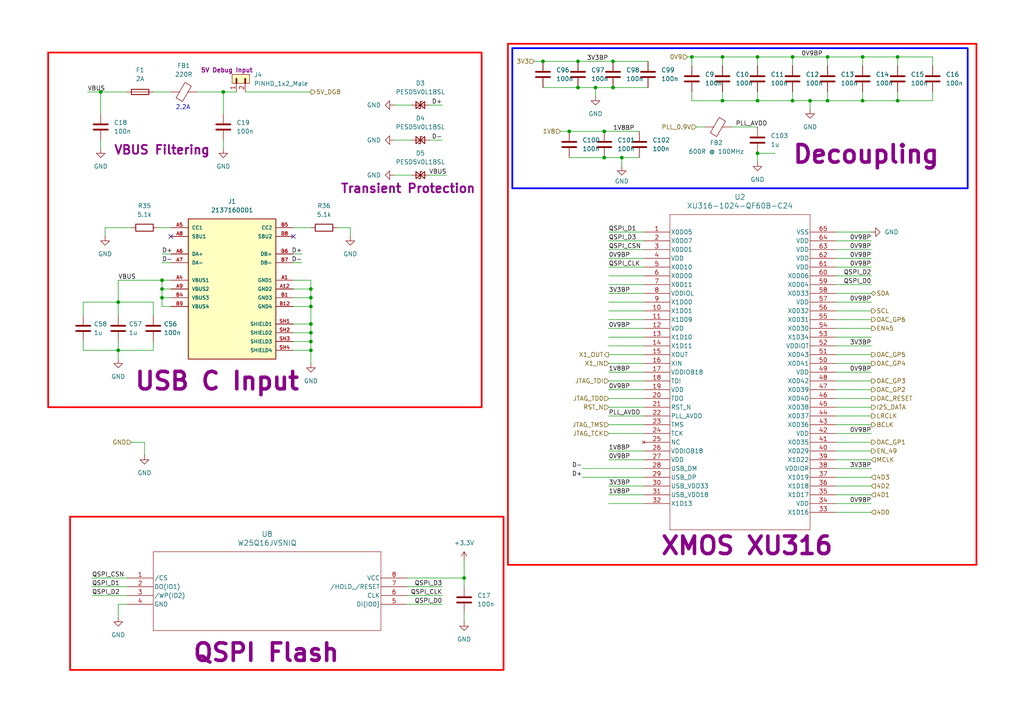
<source format=kicad_sch>
(kicad_sch (version 20250114) (generator "eeschema") (generator_version "9.0")
  (paper "A4")
  (title_block (title "Hi-Fidelity USB DAC Amplifier") (date "2025-11-19") (rev "1.0") (company "Personal Project - Kettering University") (comment 1 "Designed by Dan Abidov & Luke Stirzinger") (comment 2 "Based on XMOS Xu316 and ES9039Q2M"))
  (lib_symbols
    (symbol "2137160001:2137160001" (pin_names (offset 1.016))
      (property "Reference" "J" (at -12.7 20.9042 0))
      (property "Value" "2137160001" (at -12.7 -22.86 0))
      (symbol "2137160001_0_0"
        (rectangle (start -12.7 -20.32) (end 12.7 20.32) (stroke (width 0.254)) (fill (type background)))
        (pin bidirectional line (at -17.78 17.78 0) (length 5.08) (name "CC1") (number "A5"))
        (pin bidirectional line (at -17.78 15.24 0) (length 5.08) (name "SBU1") (number "A8"))
        (pin bidirectional line (at -17.78 10.16 0) (length 5.08) (name "DA+") (number "A6"))
        (pin bidirectional line (at -17.78 7.62 0) (length 5.08) (name "DA-") (number "A7"))
        (pin power_in line (at -17.78 2.54 0) (length 5.08) (name "VBUS1") (number "A4"))
        (pin power_in line (at -17.78 0 0) (length 5.08) (name "VBUS2") (number "A9"))
        (pin power_in line (at -17.78 -2.54 0) (length 5.08) (name "VBUS3") (number "B4"))
        (pin power_in line (at -17.78 -5.08 0) (length 5.08) (name "VBUS4") (number "B9"))
        (pin bidirectional line (at 17.78 17.78 180) (length 5.08) (name "CC2") (number "B5"))
        (pin bidirectional line (at 17.78 15.24 180) (length 5.08) (name "SBU2") (number "B8"))
        (pin bidirectional line (at 17.78 10.16 180) (length 5.08) (name "DB+") (number "B6"))
        (pin bidirectional line (at 17.78 7.62 180) (length 5.08) (name "DB-") (number "B7"))
        (pin power_in line (at 17.78 2.54 180) (length 5.08) (name "GND1") (number "A1"))
        (pin power_in line (at 17.78 0 180) (length 5.08) (name "GND2") (number "A12"))
        (pin power_in line (at 17.78 -2.54 180) (length 5.08) (name "GND3") (number "B1"))
        (pin power_in line (at 17.78 -5.08 180) (length 5.08) (name "GND4") (number "B12"))
        (pin passive line (at 17.78 -10.16 180) (length 5.08) (name "SHIELD1") (number "SH1"))
        (pin passive line (at 17.78 -12.7 180) (length 5.08) (name "SHIELD2") (number "SH2"))
        (pin passive line (at 17.78 -15.24 180) (length 5.08) (name "SHIELD3") (number "SH3"))
        (pin passive line (at 17.78 -17.78 180) (length 5.08) (name "SHIELD4") (number "SH4"))
      )
    )
    (symbol "Device:C" (pin_numbers (hide yes)) (pin_names (offset 0.254))
      (property "Reference" "C" (at 0.635 2.54 0))
      (property "Value" "C" (at 0.635 -2.54 0))
      (symbol "C_0_1"
        (polyline (pts (xy -2.032 0.762) (xy 2.032 0.762)) (stroke (width 0.508)))
        (polyline (pts (xy -2.032 -0.762) (xy 2.032 -0.762)) (stroke (width 0.508)))
      )
      (symbol "C_1_1"
        (pin passive line (at 0 3.81 270) (length 2.794) (name "~") (number "1"))
        (pin passive line (at 0 -3.81 90) (length 2.794) (name "~") (number "2"))
      )
    )
    (symbol "Device:D_TVS_Small" (pin_numbers (hide yes)) (pin_names (offset 1.016) (hide yes))
      (property "Reference" "D" (at 0 2.54 0))
      (property "Value" "D_TVS_Small" (at 0 -2.54 0))
      (symbol "D_TVS_Small_0_1"
        (polyline (pts (xy -1.27 1.016) (xy -1.27 -1.016) (xy 1.27 1.016) (xy 1.27 -1.016) (xy -1.27 1.016)) (stroke (width 0.254)))
        (polyline (pts (xy -1.27 0) (xy 1.27 0)))
        (polyline (pts (xy 0.508 1.016) (xy 0 1.016) (xy 0 -1.016) (xy -0.508 -1.016)) (stroke (width 0.254)))
      )
      (symbol "D_TVS_Small_1_1"
        (pin passive line (at -2.54 0 0) (length 1.27) (name "A1") (number "1"))
        (pin passive line (at 2.54 0 180) (length 1.27) (name "A2") (number "2"))
      )
    )
    (symbol "Device:FerriteBead" (pin_numbers (hide yes)) (pin_names (offset 0))
      (property "Reference" "FB" (at -3.81 0.635 90))
      (property "Value" "FerriteBead" (at 3.81 0 90))
      (symbol "FerriteBead_0_1"
        (polyline (pts (xy -2.7686 0.4064) (xy -1.7018 2.2606) (xy 2.7686 -0.3048) (xy 1.6764 -2.159) (xy -2.7686 0.4064)))
        (polyline (pts (xy 0 1.27) (xy 0 1.2954)))
        (polyline (pts (xy 0 -1.27) (xy 0 -1.2192)))
      )
      (symbol "FerriteBead_1_1"
        (pin passive line (at 0 3.81 270) (length 2.54) (name "~") (number "1"))
        (pin passive line (at 0 -3.81 90) (length 2.54) (name "~") (number "2"))
      )
    )
    (symbol "Device:Fuse" (pin_numbers (hide yes)) (pin_names (offset 0))
      (property "Reference" "F" (at 2.032 0 90))
      (property "Value" "Fuse" (at -1.905 0 90))
      (symbol "Fuse_0_1"
        (rectangle (start -0.762 -2.54) (end 0.762 2.54) (stroke (width 0.254)))
        (polyline (pts (xy 0 2.54) (xy 0 -2.54)))
      )
      (symbol "Fuse_1_1"
        (pin passive line (at 0 3.81 270) (length 1.27) (name "~") (number "1"))
        (pin passive line (at 0 -3.81 90) (length 1.27) (name "~") (number "2"))
      )
    )
    (symbol "Device:R" (pin_numbers (hide yes)) (pin_names (offset 0))
      (property "Reference" "R" (at 2.032 0 90))
      (property "Value" "R" (at 0 0 90))
      (symbol "R_0_1"
        (rectangle (start -1.016 -2.54) (end 1.016 2.54) (stroke (width 0.254)))
      )
      (symbol "R_1_1"
        (pin passive line (at 0 3.81 270) (length 1.27) (name "~") (number "1"))
        (pin passive line (at 0 -3.81 90) (length 1.27) (name "~") (number "2"))
      )
    )
    (symbol "PCM_SL_Pin_Headers:PINHD_1x2_Male"
      (property "Reference" "J" (at 0 6.35 0))
      (property "Value" "PINHD_1x2_Male" (at 0 3.81 0))
      (symbol "PINHD_1x2_Male_0_1"
        (rectangle (start -1.27 2.54) (end 1.27 -2.54) (fill (type background)))
        (polyline (pts (xy -1.27 1.27) (xy 0 1.27)) (stroke (width 0.3)))
        (polyline (pts (xy -1.27 1.27) (xy 0 1.27)) (stroke (width 0.5)))
        (polyline (pts (xy -1.27 -1.27) (xy 0 -1.27)) (stroke (width 0.3)))
        (polyline (pts (xy -1.27 -1.27) (xy 0 -1.27)) (stroke (width 0.5)))
      )
      (symbol "PINHD_1x2_Male_1_1"
        (pin passive line (at -3.81 1.27 0) (length 2.54) (name "") (number "1"))
        (pin passive line (at -3.81 -1.27 0) (length 2.54) (name "") (number "2"))
      )
    )
    (symbol "W25Q16JVSNIQ:W25Q16JVSNIQ" (pin_names (offset 0.254))
      (property "Reference" "U" (at 40.64 12.7 0))
      (property "Value" "W25Q16JVSNIQ" (at 40.64 10.16 0))
      (symbol "W25Q16JVSNIQ_0_1"
        (polyline (pts (xy 7.62 7.62) (xy 7.62 -15.24)) (stroke (width 0.127)))
        (polyline (pts (xy 7.62 -15.24) (xy 73.66 -15.24)) (stroke (width 0.127)))
        (polyline (pts (xy 73.66 7.62) (xy 7.62 7.62)) (stroke (width 0.127)))
        (polyline (pts (xy 73.66 -15.24) (xy 73.66 7.62)) (stroke (width 0.127)))
        (pin input line (at 0 0 0) (length 7.62) (name "/CS") (number "1"))
        (pin bidirectional line (at 0 -2.54 0) (length 7.62) (name "DO(IO1)") (number "2"))
        (pin bidirectional line (at 0 -5.08 0) (length 7.62) (name "/WP(IO2)") (number "3"))
        (pin power_out line (at 0 -7.62 0) (length 7.62) (name "GND") (number "4"))
        (pin power_in line (at 81.28 0 180) (length 7.62) (name "VCC") (number "8"))
        (pin bidirectional line (at 81.28 -2.54 180) (length 7.62) (name "/HOLD_/RESET") (number "7"))
        (pin input line (at 81.28 -5.08 180) (length 7.62) (name "CLK") (number "6"))
        (pin bidirectional line (at 81.28 -7.62 180) (length 7.62) (name "DI(IO0)") (number "5"))
      )
    )
    (symbol "XU316-1024-QF60B-C24:XU316-1024-QF60B-C24" (pin_names (offset 0.254))
      (property "Reference" "U" (at 27.94 10.16 0))
      (property "Value" "XU316-1024-QF60B-C24" (at 27.94 7.62 0))
      (symbol "XU316-1024-QF60B-C24_0_1"
        (polyline (pts (xy 7.62 5.08) (xy 7.62 -86.36)) (stroke (width 0.127)))
        (polyline (pts (xy 7.62 -86.36) (xy 48.26 -86.36)) (stroke (width 0.127)))
        (polyline (pts (xy 48.26 5.08) (xy 7.62 5.08)) (stroke (width 0.127)))
        (polyline (pts (xy 48.26 -86.36) (xy 48.26 5.08)) (stroke (width 0.127)))
        (pin bidirectional line (at 0 0 0) (length 7.62) (name "X0D05") (number "1"))
        (pin bidirectional line (at 0 -2.54 0) (length 7.62) (name "X0D07") (number "2"))
        (pin bidirectional line (at 0 -5.08 0) (length 7.62) (name "X0D01") (number "3"))
        (pin power_in line (at 0 -7.62 0) (length 7.62) (name "VDD") (number "4"))
        (pin bidirectional line (at 0 -10.16 0) (length 7.62) (name "X0D10") (number "5"))
        (pin bidirectional line (at 0 -12.7 0) (length 7.62) (name "X0D00") (number "6"))
        (pin bidirectional line (at 0 -15.24 0) (length 7.62) (name "X0D11") (number "7"))
        (pin power_in line (at 0 -17.78 0) (length 7.62) (name "VDDIOL") (number "8"))
        (pin bidirectional line (at 0 -20.32 0) (length 7.62) (name "X1D00") (number "9"))
        (pin bidirectional line (at 0 -22.86 0) (length 7.62) (name "X1D01") (number "10"))
        (pin bidirectional line (at 0 -25.4 0) (length 7.62) (name "X1D09") (number "11"))
        (pin power_in line (at 0 -27.94 0) (length 7.62) (name "VDD") (number "12"))
        (pin bidirectional line (at 0 -30.48 0) (length 7.62) (name "X1D10") (number "13"))
        (pin bidirectional line (at 0 -33.02 0) (length 7.62) (name "X1D11") (number "14"))
        (pin output line (at 0 -35.56 0) (length 7.62) (name "XOUT") (number "15"))
        (pin unspecified line (at 0 -38.1 0) (length 7.62) (name "XIN") (number "16"))
        (pin power_in line (at 0 -40.64 0) (length 7.62) (name "VDDIOB18") (number "17"))
        (pin unspecified line (at 0 -43.18 0) (length 7.62) (name "TDI") (number "18"))
        (pin power_in line (at 0 -45.72 0) (length 7.62) (name "VDD") (number "19"))
        (pin unspecified line (at 0 -48.26 0) (length 7.62) (name "TDO") (number "20"))
        (pin unspecified line (at 0 -50.8 0) (length 7.62) (name "RST_N") (number "21"))
        (pin power_in line (at 0 -53.34 0) (length 7.62) (name "PLL_AVDD") (number "22"))
        (pin unspecified line (at 0 -55.88 0) (length 7.62) (name "TMS") (number "23"))
        (pin unspecified line (at 0 -58.42 0) (length 7.62) (name "TCK") (number "24"))
        (pin no_connect line (at 0 -60.96 0) (length 7.62) (name "NC") (number "25"))
        (pin power_in line (at 0 -63.5 0) (length 7.62) (name "VDDIOB18") (number "26"))
        (pin power_in line (at 0 -66.04 0) (length 7.62) (name "VDD") (number "27"))
        (pin unspecified line (at 0 -68.58 0) (length 7.62) (name "USB_DM") (number "28"))
        (pin unspecified line (at 0 -71.12 0) (length 7.62) (name "USB_DP") (number "29"))
        (pin power_in line (at 0 -73.66 0) (length 7.62) (name "USB_VDD33") (number "30"))
        (pin power_in line (at 0 -76.2 0) (length 7.62) (name "USB_VDD18") (number "31"))
        (pin bidirectional line (at 0 -78.74 0) (length 7.62) (name "X1D13") (number "32"))
        (pin power_out line (at 55.88 0 180) (length 7.62) (name "VSS") (number "65"))
        (pin power_in line (at 55.88 -2.54 180) (length 7.62) (name "VDD") (number "64"))
        (pin power_in line (at 55.88 -5.08 180) (length 7.62) (name "VDD") (number "63"))
        (pin power_in line (at 55.88 -7.62 180) (length 7.62) (name "VDD") (number "62"))
        (pin power_in line (at 55.88 -10.16 180) (length 7.62) (name "VDD") (number "61"))
        (pin bidirectional line (at 55.88 -12.7 180) (length 7.62) (name "X0D06") (number "60"))
        (pin bidirectional line (at 55.88 -15.24 180) (length 7.62) (name "X0D04") (number "59"))
        (pin bidirectional line (at 55.88 -17.78 180) (length 7.62) (name "X0D33") (number "58"))
        (pin power_in line (at 55.88 -20.32 180) (length 7.62) (name "VDD") (number "57"))
        (pin bidirectional line (at 55.88 -22.86 180) (length 7.62) (name "X0D32") (number "56"))
        (pin bidirectional line (at 55.88 -25.4 180) (length 7.62) (name "X0D31") (number "55"))
        (pin bidirectional line (at 55.88 -27.94 180) (length 7.62) (name "X0D30") (number "54"))
        (pin bidirectional line (at 55.88 -30.48 180) (length 7.62) (name "X1D34") (number "53"))
        (pin power_in line (at 55.88 -33.02 180) (length 7.62) (name "VDDIOT") (number "52"))
        (pin bidirectional line (at 55.88 -35.56 180) (length 7.62) (name "X0D43") (number "51"))
        (pin bidirectional line (at 55.88 -38.1 180) (length 7.62) (name "X0D41") (number "50"))
        (pin power_in line (at 55.88 -40.64 180) (length 7.62) (name "VDD") (number "49"))
        (pin bidirectional line (at 55.88 -43.18 180) (length 7.62) (name "X0D42") (number "48"))
        (pin bidirectional line (at 55.88 -45.72 180) (length 7.62) (name "X0D39") (number "47"))
        (pin bidirectional line (at 55.88 -48.26 180) (length 7.62) (name "X0D40") (number "46"))
        (pin bidirectional line (at 55.88 -50.8 180) (length 7.62) (name "X0D38") (number "45"))
        (pin bidirectional line (at 55.88 -53.34 180) (length 7.62) (name "X0D37") (number "44"))
        (pin bidirectional line (at 55.88 -55.88 180) (length 7.62) (name "X0D36") (number "43"))
        (pin power_in line (at 55.88 -58.42 180) (length 7.62) (name "VDD") (number "42"))
        (pin bidirectional line (at 55.88 -60.96 180) (length 7.62) (name "X0D35") (number "41"))
        (pin bidirectional line (at 55.88 -63.5 180) (length 7.62) (name "X0D29") (number "40"))
        (pin bidirectional line (at 55.88 -66.04 180) (length 7.62) (name "X1D22") (number "39"))
        (pin power_in line (at 55.88 -68.58 180) (length 7.62) (name "VDDIOR") (number "38"))
        (pin bidirectional line (at 55.88 -71.12 180) (length 7.62) (name "X1D19") (number "37"))
        (pin bidirectional line (at 55.88 -73.66 180) (length 7.62) (name "X1D18") (number "36"))
        (pin bidirectional line (at 55.88 -76.2 180) (length 7.62) (name "X1D17") (number "35"))
        (pin power_in line (at 55.88 -78.74 180) (length 7.62) (name "VDD") (number "34"))
        (pin bidirectional line (at 55.88 -81.28 180) (length 7.62) (name "X1D16") (number "33"))
      )
    )
    (symbol "power:+3.3V" (power) (pin_numbers (hide yes)) (pin_names (offset 0) (hide yes))
      (property "Value" "+3.3V" (at 0 3.556 0))
      (symbol "+3.3V_0_1"
        (polyline (pts (xy -0.762 1.27) (xy 0 2.54)))
        (polyline (pts (xy 0 2.54) (xy 0.762 1.27)))
        (polyline (pts (xy 0 0) (xy 0 2.54)))
      )
      (symbol "+3.3V_1_1"
        (pin power_in line (at 0 0 90) (length 0) (name "~") (number "1"))
      )
    )
    (symbol "power:GND" (power) (pin_numbers (hide yes)) (pin_names (offset 0) (hide yes))
      (property "Value" "GND" (at 0 -3.81 0))
      (symbol "GND_0_1"
        (polyline (pts (xy 0 0) (xy 0 -1.27) (xy 1.27 -1.27) (xy 0 -2.54) (xy -1.27 -1.27) (xy 0 -1.27)))
      )
      (symbol "GND_1_1"
        (pin power_in line (at 0 0 270) (length 0) (name "~") (number "1"))
      )
    )
  )
  (rectangle (start 147.32 12.7) (end 283.21 163.83) (stroke (width 0.5) (color 255 0 0 1)))
  (rectangle (start 20.32 149.86) (end 146.05 194.31) (stroke (width 0.5) (color 255 0 0 1)))
  (rectangle (start 13.97 15.24) (end 139.7 118.11) (stroke (width 0.5) (color 255 0 0 1)))
  (rectangle (start 148.59 13.97) (end 280.67 54.61) (stroke (width 0.5) (color 0 0 255 0.48)))
  (text "Transient Protection" (at 118.364 54.864 0) (effects (font (size 2.54 2.54) (thickness 0.508) (bold yes))))
  (text "QSPI Flash" (at 77.216 189.484 0) (effects (font (size 5.08 5.08) (thickness 1.016) (bold yes))))
  (text "Decoupling\n" (at 251.206 44.958 0) (effects (font (size 5.08 5.08) (thickness 1.016) (bold yes))))
  (text "5V Debug Input" (at 65.786 20.574 0) (effects (font (size 1.27 1.27) (thickness 0.254) (bold yes))))
  (text "XMOS XU316" (at 216.662 158.496 0) (effects (font (size 5.08 5.08) (thickness 1.016) (bold yes))))
  (text "USB C Input\n" (at 62.992 110.744 0) (effects (font (size 5.08 5.08) (thickness 1.016) (bold yes))))
  (text "2.2A\n" (at 53.086 31.242 0) (effects (font (size 1.27 1.27))))
  (text "VBUS Filtering" (at 46.99 43.688 0) (effects (font (size 2.54 2.54) (thickness 0.508) (bold yes))))
  (junction (at 219.71 29.21))
  (junction (at 167.64 17.78))
  (junction (at 260.35 16.51))
  (junction (at 180.34 45.72))
  (junction (at 250.19 16.51))
  (junction (at 177.8 25.4))
  (junction (at 165.1 38.1))
  (junction (at 64.77 26.67))
  (junction (at 90.17 96.52))
  (junction (at 229.87 16.51))
  (junction (at 175.26 45.72))
  (junction (at 90.17 101.6))
  (junction (at 90.17 99.06))
  (junction (at 250.19 29.21))
  (junction (at 167.64 25.4))
  (junction (at 219.71 44.45))
  (junction (at 134.62 167.64))
  (junction (at 175.26 38.1))
  (junction (at 46.99 86.36))
  (junction (at 172.72 25.4))
  (junction (at 229.87 29.21))
  (junction (at 46.99 83.82))
  (junction (at 240.03 16.51))
  (junction (at 29.21 26.67))
  (junction (at 260.35 29.21))
  (junction (at 240.03 29.21))
  (junction (at 157.48 17.78))
  (junction (at 234.95 29.21))
  (junction (at 200.66 16.51))
  (junction (at 90.17 88.9))
  (junction (at 34.29 101.6))
  (junction (at 209.55 16.51))
  (junction (at 90.17 86.36))
  (junction (at 34.29 87.63))
  (junction (at 90.17 83.82))
  (junction (at 209.55 29.21))
  (junction (at 219.71 16.51))
  (junction (at 46.99 81.28))
  (junction (at 90.17 93.98))
  (junction (at 177.8 17.78))
  (no_connect (at 85.09 68.58))
  (no_connect (at 49.53 68.58))
  (wire (pts (xy 90.17 83.82) (xy 90.17 86.36)))
  (wire (pts (xy 85.09 86.36) (xy 90.17 86.36)))
  (wire (pts (xy 90.17 99.06) (xy 90.17 101.6)))
  (wire (pts (xy 176.53 113.03) (xy 186.69 113.03)))
  (wire (pts (xy 85.09 83.82) (xy 90.17 83.82)))
  (wire (pts (xy 242.57 72.39) (xy 252.73 72.39)))
  (wire (pts (xy 242.57 146.05) (xy 252.73 146.05)))
  (wire (pts (xy 200.66 26.67) (xy 200.66 29.21)))
  (wire (pts (xy 46.99 81.28) (xy 49.53 81.28)))
  (wire (pts (xy 219.71 44.45) (xy 224.79 44.45)))
  (wire (pts (xy 270.51 16.51) (xy 260.35 16.51)))
  (wire (pts (xy 46.99 86.36) (xy 46.99 88.9)))
  (wire (pts (xy 24.13 99.06) (xy 24.13 101.6)))
  (wire (pts (xy 242.57 105.41) (xy 252.73 105.41)))
  (wire (pts (xy 250.19 29.21) (xy 240.03 29.21)))
  (wire (pts (xy 219.71 44.45) (xy 219.71 46.99)))
  (wire (pts (xy 242.57 115.57) (xy 252.73 115.57)))
  (wire (pts (xy 49.53 88.9) (xy 46.99 88.9)))
  (wire (pts (xy 165.1 38.1) (xy 175.26 38.1)))
  (wire (pts (xy 87.63 76.2) (xy 85.09 76.2)))
  (wire (pts (xy 219.71 29.21) (xy 229.87 29.21)))
  (wire (pts (xy 44.45 101.6) (xy 44.45 99.06)))
  (wire (pts (xy 242.57 143.51) (xy 252.73 143.51)))
  (wire (pts (xy 242.57 140.97) (xy 252.73 140.97)))
  (wire (pts (xy 199.39 16.51) (xy 200.66 16.51)))
  (wire (pts (xy 212.09 36.83) (xy 219.71 36.83)))
  (wire (pts (xy 57.15 26.67) (xy 64.77 26.67)))
  (wire (pts (xy 176.53 115.57) (xy 186.69 115.57)))
  (wire (pts (xy 176.53 92.71) (xy 186.69 92.71)))
  (wire (pts (xy 176.53 120.65) (xy 186.69 120.65)))
  (wire (pts (xy 85.09 88.9) (xy 90.17 88.9)))
  (wire (pts (xy 242.57 82.55) (xy 252.73 82.55)))
  (wire (pts (xy 250.19 26.67) (xy 250.19 29.21)))
  (wire (pts (xy 176.53 85.09) (xy 186.69 85.09)))
  (wire (pts (xy 36.83 172.72) (xy 26.67 172.72)))
  (wire (pts (xy 134.62 177.8) (xy 134.62 180.34)))
  (wire (pts (xy 46.99 86.36) (xy 49.53 86.36)))
  (wire (pts (xy 229.87 29.21) (xy 234.95 29.21)))
  (wire (pts (xy 242.57 120.65) (xy 252.73 120.65)))
  (wire (pts (xy 270.51 19.05) (xy 270.51 16.51)))
  (wire (pts (xy 168.91 135.89) (xy 186.69 135.89)))
  (wire (pts (xy 176.53 125.73) (xy 186.69 125.73)))
  (wire (pts (xy 242.57 67.31) (xy 252.73 67.31)))
  (wire (pts (xy 29.21 26.67) (xy 29.21 33.02)))
  (wire (pts (xy 242.57 113.03) (xy 252.73 113.03)))
  (wire (pts (xy 26.67 167.64) (xy 36.83 167.64)))
  (wire (pts (xy 242.57 123.19) (xy 252.73 123.19)))
  (wire (pts (xy 44.45 26.67) (xy 49.53 26.67)))
  (wire (pts (xy 176.53 133.35) (xy 186.69 133.35)))
  (wire (pts (xy 242.57 77.47) (xy 252.73 77.47)))
  (wire (pts (xy 242.57 110.49) (xy 252.73 110.49)))
  (wire (pts (xy 36.83 175.26) (xy 34.29 175.26)))
  (wire (pts (xy 242.57 85.09) (xy 252.73 85.09)))
  (wire (pts (xy 176.53 80.01) (xy 186.69 80.01)))
  (wire (pts (xy 64.77 40.64) (xy 64.77 43.18)))
  (wire (pts (xy 157.48 17.78) (xy 167.64 17.78)))
  (wire (pts (xy 242.57 130.81) (xy 252.73 130.81)))
  (wire (pts (xy 176.53 90.17) (xy 186.69 90.17)))
  (wire (pts (xy 176.53 123.19) (xy 186.69 123.19)))
  (wire (pts (xy 270.51 26.67) (xy 270.51 29.21)))
  (wire (pts (xy 118.11 167.64) (xy 134.62 167.64)))
  (wire (pts (xy 26.67 170.18) (xy 36.83 170.18)))
  (wire (pts (xy 240.03 29.21) (xy 234.95 29.21)))
  (wire (pts (xy 128.27 40.64) (xy 124.46 40.64)))
  (wire (pts (xy 165.1 45.72) (xy 175.26 45.72)))
  (wire (pts (xy 87.63 73.66) (xy 85.09 73.66)))
  (wire (pts (xy 172.72 25.4) (xy 172.72 27.94)))
  (wire (pts (xy 85.09 66.04) (xy 90.17 66.04)))
  (wire (pts (xy 242.57 135.89) (xy 252.73 135.89)))
  (wire (pts (xy 200.66 16.51) (xy 209.55 16.51)))
  (wire (pts (xy 34.29 99.06) (xy 34.29 101.6)))
  (wire (pts (xy 90.17 93.98) (xy 90.17 96.52)))
  (wire (pts (xy 129.54 50.8) (xy 124.46 50.8)))
  (wire (pts (xy 242.57 148.59) (xy 252.73 148.59)))
  (wire (pts (xy 101.6 66.04) (xy 101.6 68.58)))
  (wire (pts (xy 234.95 29.21) (xy 234.95 31.75)))
  (wire (pts (xy 24.13 101.6) (xy 34.29 101.6)))
  (wire (pts (xy 114.3 30.48) (xy 119.38 30.48)))
  (wire (pts (xy 176.53 87.63) (xy 186.69 87.63)))
  (wire (pts (xy 176.53 110.49) (xy 186.69 110.49)))
  (wire (pts (xy 34.29 101.6) (xy 44.45 101.6)))
  (wire (pts (xy 154.94 17.78) (xy 157.48 17.78)))
  (wire (pts (xy 176.53 146.05) (xy 186.69 146.05)))
  (wire (pts (xy 250.19 16.51) (xy 240.03 16.51)))
  (wire (pts (xy 176.53 67.31) (xy 186.69 67.31)))
  (wire (pts (xy 229.87 26.67) (xy 229.87 29.21)))
  (wire (pts (xy 30.48 66.04) (xy 38.1 66.04)))
  (wire (pts (xy 240.03 16.51) (xy 240.03 19.05)))
  (wire (pts (xy 167.64 17.78) (xy 177.8 17.78)))
  (wire (pts (xy 128.27 170.18) (xy 118.11 170.18)))
  (wire (pts (xy 219.71 16.51) (xy 229.87 16.51)))
  (wire (pts (xy 177.8 17.78) (xy 187.96 17.78)))
  (wire (pts (xy 97.79 66.04) (xy 101.6 66.04)))
  (wire (pts (xy 209.55 16.51) (xy 219.71 16.51)))
  (wire (pts (xy 44.45 87.63) (xy 34.29 87.63)))
  (wire (pts (xy 176.53 143.51) (xy 186.69 143.51)))
  (wire (pts (xy 242.57 87.63) (xy 252.73 87.63)))
  (wire (pts (xy 46.99 81.28) (xy 46.99 83.82)))
  (wire (pts (xy 242.57 95.25) (xy 252.73 95.25)))
  (wire (pts (xy 242.57 118.11) (xy 252.73 118.11)))
  (wire (pts (xy 24.13 87.63) (xy 34.29 87.63)))
  (wire (pts (xy 242.57 138.43) (xy 252.73 138.43)))
  (wire (pts (xy 242.57 100.33) (xy 252.73 100.33)))
  (wire (pts (xy 71.12 26.67) (xy 90.17 26.67)))
  (wire (pts (xy 260.35 16.51) (xy 250.19 16.51)))
  (wire (pts (xy 219.71 16.51) (xy 219.71 19.05)))
  (wire (pts (xy 134.62 167.64) (xy 134.62 170.18)))
  (wire (pts (xy 176.53 74.93) (xy 186.69 74.93)))
  (wire (pts (xy 46.99 73.66) (xy 49.53 73.66)))
  (wire (pts (xy 176.53 82.55) (xy 186.69 82.55)))
  (wire (pts (xy 180.34 45.72) (xy 180.34 48.26)))
  (wire (pts (xy 46.99 83.82) (xy 46.99 86.36)))
  (wire (pts (xy 176.53 72.39) (xy 186.69 72.39)))
  (wire (pts (xy 175.26 38.1) (xy 185.42 38.1)))
  (wire (pts (xy 176.53 140.97) (xy 186.69 140.97)))
  (wire (pts (xy 209.55 26.67) (xy 209.55 29.21)))
  (wire (pts (xy 64.77 26.67) (xy 64.77 33.02)))
  (wire (pts (xy 24.13 91.44) (xy 24.13 87.63)))
  (wire (pts (xy 200.66 29.21) (xy 209.55 29.21)))
  (wire (pts (xy 46.99 83.82) (xy 49.53 83.82)))
  (wire (pts (xy 176.53 102.87) (xy 186.69 102.87)))
  (wire (pts (xy 34.29 87.63) (xy 34.29 91.44)))
  (wire (pts (xy 176.53 95.25) (xy 186.69 95.25)))
  (wire (pts (xy 85.09 81.28) (xy 90.17 81.28)))
  (wire (pts (xy 176.53 97.79) (xy 186.69 97.79)))
  (wire (pts (xy 118.11 175.26) (xy 128.27 175.26)))
  (wire (pts (xy 90.17 86.36) (xy 90.17 88.9)))
  (wire (pts (xy 34.29 101.6) (xy 34.29 104.14)))
  (wire (pts (xy 175.26 45.72) (xy 180.34 45.72)))
  (wire (pts (xy 242.57 128.27) (xy 252.73 128.27)))
  (wire (pts (xy 41.91 128.27) (xy 41.91 132.08)))
  (wire (pts (xy 209.55 16.51) (xy 209.55 19.05)))
  (wire (pts (xy 64.77 26.67) (xy 68.58 26.67)))
  (wire (pts (xy 34.29 81.28) (xy 34.29 87.63)))
  (wire (pts (xy 29.21 26.67) (xy 36.83 26.67)))
  (wire (pts (xy 85.09 99.06) (xy 90.17 99.06)))
  (wire (pts (xy 242.57 107.95) (xy 252.73 107.95)))
  (wire (pts (xy 128.27 172.72) (xy 118.11 172.72)))
  (wire (pts (xy 85.09 96.52) (xy 90.17 96.52)))
  (wire (pts (xy 242.57 125.73) (xy 252.73 125.73)))
  (wire (pts (xy 180.34 45.72) (xy 185.42 45.72)))
  (wire (pts (xy 242.57 74.93) (xy 252.73 74.93)))
  (wire (pts (xy 162.56 38.1) (xy 165.1 38.1)))
  (wire (pts (xy 167.64 25.4) (xy 172.72 25.4)))
  (wire (pts (xy 38.1 128.27) (xy 41.91 128.27)))
  (wire (pts (xy 34.29 175.26) (xy 34.29 179.07)))
  (wire (pts (xy 242.57 80.01) (xy 252.73 80.01)))
  (wire (pts (xy 240.03 26.67) (xy 240.03 29.21)))
  (wire (pts (xy 46.99 76.2) (xy 49.53 76.2)))
  (wire (pts (xy 200.66 19.05) (xy 200.66 16.51)))
  (wire (pts (xy 176.53 118.11) (xy 186.69 118.11)))
  (wire (pts (xy 45.72 66.04) (xy 49.53 66.04)))
  (wire (pts (xy 270.51 29.21) (xy 260.35 29.21)))
  (wire (pts (xy 90.17 81.28) (xy 90.17 83.82)))
  (wire (pts (xy 172.72 25.4) (xy 177.8 25.4)))
  (wire (pts (xy 134.62 162.56) (xy 134.62 167.64)))
  (wire (pts (xy 250.19 16.51) (xy 250.19 19.05)))
  (wire (pts (xy 90.17 88.9) (xy 90.17 93.98)))
  (wire (pts (xy 25.4 26.67) (xy 29.21 26.67)))
  (wire (pts (xy 128.27 30.48) (xy 124.46 30.48)))
  (wire (pts (xy 229.87 16.51) (xy 229.87 19.05)))
  (wire (pts (xy 177.8 25.4) (xy 187.96 25.4)))
  (wire (pts (xy 114.3 40.64) (xy 119.38 40.64)))
  (wire (pts (xy 176.53 100.33) (xy 186.69 100.33)))
  (wire (pts (xy 260.35 16.51) (xy 260.35 19.05)))
  (wire (pts (xy 242.57 69.85) (xy 252.73 69.85)))
  (wire (pts (xy 242.57 90.17) (xy 252.73 90.17)))
  (wire (pts (xy 242.57 133.35) (xy 252.73 133.35)))
  (wire (pts (xy 29.21 40.64) (xy 29.21 43.18)))
  (wire (pts (xy 176.53 77.47) (xy 186.69 77.47)))
  (wire (pts (xy 90.17 96.52) (xy 90.17 99.06)))
  (wire (pts (xy 168.91 138.43) (xy 186.69 138.43)))
  (wire (pts (xy 242.57 92.71) (xy 252.73 92.71)))
  (wire (pts (xy 157.48 25.4) (xy 167.64 25.4)))
  (wire (pts (xy 242.57 102.87) (xy 252.73 102.87)))
  (wire (pts (xy 209.55 29.21) (xy 219.71 29.21)))
  (wire (pts (xy 229.87 16.51) (xy 240.03 16.51)))
  (wire (pts (xy 85.09 101.6) (xy 90.17 101.6)))
  (wire (pts (xy 176.53 69.85) (xy 186.69 69.85)))
  (wire (pts (xy 201.93 36.83) (xy 204.47 36.83)))
  (wire (pts (xy 242.57 97.79) (xy 252.73 97.79)))
  (wire (pts (xy 44.45 91.44) (xy 44.45 87.63)))
  (wire (pts (xy 34.29 81.28) (xy 46.99 81.28)))
  (wire (pts (xy 176.53 130.81) (xy 186.69 130.81)))
  (wire (pts (xy 90.17 101.6) (xy 90.17 105.41)))
  (wire (pts (xy 176.53 107.95) (xy 186.69 107.95)))
  (wire (pts (xy 85.09 93.98) (xy 90.17 93.98)))
  (wire (pts (xy 260.35 26.67) (xy 260.35 29.21)))
  (wire (pts (xy 176.53 105.41) (xy 186.69 105.41)))
  (wire (pts (xy 30.48 66.04) (xy 30.48 68.58)))
  (wire (pts (xy 114.3 50.8) (xy 119.38 50.8)))
  (wire (pts (xy 260.35 29.21) (xy 250.19 29.21)))
  (wire (pts (xy 219.71 26.67) (xy 219.71 29.21)))
  (label "1V8BP" (at 176.53 130.81 0))
  (label "0V9BP" (at 252.73 107.95 180))
  (label "QSPI_CLK" (at 176.53 77.47 0))
  (label "0V9BP" (at 252.73 125.73 180))
  (label "QSPI_CSN" (at 176.53 72.39 0))
  (label "1V8BP" (at 177.8 38.1 0))
  (label "0V9BP" (at 176.53 113.03 0))
  (label "0V9BP" (at 252.73 146.05 180))
  (label "D+" (at 46.99 73.66 0))
  (label "QSPI_CLK" (at 128.27 172.72 180))
  (label "QSPI_D3" (at 176.53 69.85 0))
  (label "VBUS" (at 25.4 26.67 0))
  (label "0V9BP" (at 232.41 16.51 0))
  (label "1V8BP" (at 176.53 143.51 0))
  (label "0V9BP" (at 252.73 69.85 180))
  (label "D-" (at 128.27 40.64 180))
  (label "0V9BP" (at 176.53 95.25 0))
  (label "QSPI_D2" (at 252.73 80.01 180))
  (label "QSPI_D0" (at 252.73 82.55 180))
  (label "0V9BP" (at 252.73 72.39 180))
  (label "QSPI_D1" (at 26.67 170.18 0))
  (label "0V9BP" (at 252.73 87.63 180))
  (label "PLL_AVDD" (at 213.36 36.83 0))
  (label "1V8BP" (at 176.53 107.95 0))
  (label "3V3BP" (at 176.53 140.97 0))
  (label "QSPI_CSN" (at 26.67 167.64 0))
  (label "D+" (at 128.27 30.48 180))
  (label "D-" (at 46.99 76.2 0))
  (label "D+" (at 168.91 138.43 180))
  (label "VBUS" (at 129.54 50.8 180))
  (label "QSPI_D0" (at 128.27 175.26 180))
  (label "0V9BP" (at 252.73 77.47 180))
  (label "0V9BP" (at 252.73 74.93 180))
  (label "3V3BP" (at 252.73 100.33 180))
  (label "PLL_AVDD" (at 176.53 120.65 0))
  (label "0V9BP" (at 176.53 74.93 0))
  (label "D-" (at 168.91 135.89 180))
  (label "VBUS" (at 34.29 81.28 0))
  (label "D-" (at 87.63 76.2 180))
  (label "3V3BP" (at 252.73 135.89 180))
  (label "QSPI_D1" (at 176.53 67.31 0))
  (label "QSPI_D2" (at 26.67 172.72 0))
  (label "3V3BP" (at 176.53 85.09 0))
  (label "3V3BP" (at 170.18 17.78 0))
  (label "D+" (at 87.63 73.66 180))
  (label "0V9BP" (at 176.53 133.35 0))
  (label "QSPI_D3" (at 128.27 170.18 180))
  (hierarchical_label "DAC_GP5" (shape output) (at 252.73 102.87 0))
  (hierarchical_label "EN_49" (shape output) (at 252.73 130.81 0))
  (hierarchical_label "3V3" (shape input) (at 154.94 17.78 180))
  (hierarchical_label "DAC_GP1" (shape output) (at 252.73 128.27 0))
  (hierarchical_label "X1_OUT" (shape output) (at 176.53 102.87 180))
  (hierarchical_label "I2S_DATA" (shape output) (at 252.73 118.11 0))
  (hierarchical_label "SDA" (shape bidirectional) (at 252.73 85.09 0))
  (hierarchical_label "DAC_GP2" (shape output) (at 252.73 113.03 0))
  (hierarchical_label "5V_DGB" (shape output) (at 90.17 26.67 0))
  (hierarchical_label "JTAG_TMS" (shape input) (at 176.53 123.19 180))
  (hierarchical_label "PLL_0.9V" (shape input) (at 201.93 36.83 180))
  (hierarchical_label "EN45" (shape output) (at 252.73 95.25 0))
  (hierarchical_label "0V9" (shape input) (at 199.39 16.51 180))
  (hierarchical_label "RST_N" (shape input) (at 176.53 118.11 180))
  (hierarchical_label "JTAG_TDI" (shape input) (at 176.53 110.49 180))
  (hierarchical_label "4D2" (shape input) (at 252.73 140.97 0))
  (hierarchical_label "LRCLK" (shape output) (at 252.73 120.65 0))
  (hierarchical_label "GND" (shape input) (at 38.1 128.27 180))
  (hierarchical_label "4D0" (shape input) (at 252.73 148.59 0))
  (hierarchical_label "JTAG_TD0" (shape input) (at 176.53 115.57 180))
  (hierarchical_label "JTAG_TCK" (shape input) (at 176.53 125.73 180))
  (hierarchical_label "DAC_GP4" (shape output) (at 252.73 105.41 0))
  (hierarchical_label "DAC_GP3" (shape output) (at 252.73 110.49 0))
  (hierarchical_label "BCLK" (shape output) (at 252.73 123.19 0))
  (hierarchical_label "SCL" (shape output) (at 252.73 90.17 0))
  (hierarchical_label "DAC_GP6" (shape output) (at 252.73 92.71 0))
  (hierarchical_label "4D1" (shape input) (at 252.73 143.51 0))
  (hierarchical_label "1V8" (shape input) (at 162.56 38.1 180))
  (hierarchical_label "MCLK" (shape input) (at 252.73 133.35 0))
  (hierarchical_label "X1_IN" (shape input) (at 176.53 105.41 180))
  (hierarchical_label "DAC_RESET" (shape output) (at 252.73 115.57 0))
  (hierarchical_label "4D3" (shape input) (at 252.73 138.43 0))
  (symbol (lib_id "Device:D_TVS_Small") (at 121.92 30.48 0) (unit 1)
    (property "Reference" "D3" (at 121.92 24.13 0))
    (property "Value" "PESD5V0L1BSL" (at 121.92 26.67 0))
    (property "Footprint" "Diode_SMD:D_SOD-882" (effects (hide yes)))
    (property "Description" "Bidirectional transient-voltage-suppression diode, small symbol" (effects (hide yes)))
  )
  (symbol (lib_id "Device:C") (at 64.77 36.83 0) (unit 1)
    (property "Reference" "C19" (at 68.58 35.5599 0) (effects (justify left)))
    (property "Value" "100n" (at 68.58 38.0999 0) (effects (justify left)))
    (property "Footprint" "Capacitor_SMD:C_0402_1005Metric_Pad0.74x0.62mm_HandSolder" (effects (hide yes)))
    (property "Description" "Unpolarized capacitor" (effects (hide yes)))
  )
  (symbol (lib_id "Device:C") (at 187.96 21.59 0) (unit 1)
    (property "Reference" "C99" (at 191.77 20.3199 0) (effects (justify left)))
    (property "Value" "100n" (at 191.77 22.8599 0) (effects (justify left)))
    (property "Footprint" "Capacitor_SMD:C_0402_1005Metric_Pad0.74x0.62mm_HandSolder" (effects (hide yes)))
    (property "Description" "Unpolarized capacitor" (effects (hide yes)))
  )
  (symbol (lib_id "Device:R") (at 93.98 66.04 90) (unit 1)
    (property "Reference" "R36" (at 93.98 59.69 90))
    (property "Value" "5.1k" (at 93.98 62.23 90))
    (property "Footprint" "Resistor_SMD:R_0805_2012Metric_Pad1.20x1.40mm_HandSolder" (effects (hide yes)))
    (property "Description" "Resistor" (effects (hide yes)))
  )
  (symbol (lib_id "Device:C") (at 229.87 22.86 0) (unit 1)
    (property "Reference" "C12" (at 233.68 21.5899 0) (effects (justify left)))
    (property "Value" "100n" (at 233.68 24.1299 0) (effects (justify left)))
    (property "Footprint" "Capacitor_SMD:C_0402_1005Metric_Pad0.74x0.62mm_HandSolder" (effects (hide yes)))
    (property "Description" "Unpolarized capacitor" (effects (hide yes)))
  )
  (symbol (lib_id "power:GND") (at 114.3 40.64 270) (unit 1)
    (property "Reference" "#PWR058" (effects (hide yes)))
    (property "Value" "GND" (at 110.49 40.6399 90) (effects (justify right)))
    (property "Description" "Power symbol creates a global label with name \"GND\" , ground" (effects (hide yes)))
  )
  (symbol (lib_id "Device:C") (at 165.1 41.91 0) (unit 1)
    (property "Reference" "C100" (at 168.91 40.6399 0) (effects (justify left)))
    (property "Value" "100n" (at 168.91 43.1799 0) (effects (justify left)))
    (property "Footprint" "Capacitor_SMD:C_0402_1005Metric_Pad0.74x0.62mm_HandSolder" (effects (hide yes)))
    (property "Description" "Unpolarized capacitor" (effects (hide yes)))
  )
  (symbol (lib_id "power:GND") (at 252.73 67.31 90) (unit 1)
    (property "Reference" "#PWR0109" (effects (hide yes)))
    (property "Value" "GND" (at 256.54 67.3099 90) (effects (justify right)))
    (property "Description" "Power symbol creates a global label with name \"GND\" , ground" (effects (hide yes)))
  )
  (symbol (lib_id "Device:C") (at 44.45 95.25 0) (unit 1)
    (property "Reference" "C56" (at 47.498 93.98 0) (effects (justify left)))
    (property "Value" "100n" (at 47.498 96.52 0) (effects (justify left)))
    (property "Footprint" "Capacitor_SMD:C_0402_1005Metric_Pad0.74x0.62mm_HandSolder" (effects (hide yes)))
    (property "Description" "Unpolarized capacitor" (effects (hide yes)))
  )
  (symbol (lib_id "power:GND") (at 134.62 180.34 0) (unit 1)
    (property "Reference" "#PWR015" (effects (hide yes)))
    (property "Value" "GND" (at 134.62 185.42 0))
    (property "Description" "Power symbol creates a global label with name \"GND\" , ground" (effects (hide yes)))
  )
  (symbol (lib_id "Device:C") (at 200.66 22.86 0) (unit 1)
    (property "Reference" "C9" (at 204.47 21.5899 0) (effects (justify left)))
    (property "Value" "100n" (at 204.47 24.1299 0) (effects (justify left)))
    (property "Footprint" "Capacitor_SMD:C_0402_1005Metric_Pad0.74x0.62mm_HandSolder" (effects (hide yes)))
    (property "Description" "Unpolarized capacitor" (effects (hide yes)))
  )
  (symbol (lib_id "power:GND") (at 219.71 46.99 0) (unit 1)
    (property "Reference" "#PWR0111" (effects (hide yes)))
    (property "Value" "GND" (at 219.71 52.07 0))
    (property "Description" "Power symbol creates a global label with name \"GND\" , ground" (effects (hide yes)))
  )
  (symbol (lib_id "Device:C") (at 185.42 41.91 0) (unit 1)
    (property "Reference" "C102" (at 189.23 40.6399 0) (effects (justify left)))
    (property "Value" "100n" (at 189.23 43.1799 0) (effects (justify left)))
    (property "Footprint" "Capacitor_SMD:C_0402_1005Metric_Pad0.74x0.62mm_HandSolder" (effects (hide yes)))
    (property "Description" "Unpolarized capacitor" (effects (hide yes)))
  )
  (symbol (lib_id "Device:C") (at 240.03 22.86 0) (unit 1)
    (property "Reference" "C13" (at 243.84 21.5899 0) (effects (justify left)))
    (property "Value" "100n" (at 243.84 24.1299 0) (effects (justify left)))
    (property "Footprint" "Capacitor_SMD:C_0402_1005Metric_Pad0.74x0.62mm_HandSolder" (effects (hide yes)))
    (property "Description" "Unpolarized capacitor" (effects (hide yes)))
  )
  (symbol (lib_id "Device:R") (at 41.91 66.04 90) (unit 1)
    (property "Reference" "R35" (at 41.91 59.69 90))
    (property "Value" "5.1k" (at 41.91 62.23 90))
    (property "Footprint" "Resistor_SMD:R_0805_2012Metric_Pad1.20x1.40mm_HandSolder" (effects (hide yes)))
    (property "Description" "Resistor" (effects (hide yes)))
  )
  (symbol (lib_id "Device:D_TVS_Small") (at 121.92 40.64 0) (unit 1)
    (property "Reference" "D4" (at 121.92 34.29 0))
    (property "Value" "PESD5V0L1BSL" (at 121.92 36.83 0))
    (property "Footprint" "Diode_SMD:D_SOD-882" (effects (hide yes)))
    (property "Description" "Bidirectional transient-voltage-suppression diode, small symbol" (effects (hide yes)))
  )
  (symbol (lib_id "Device:D_TVS_Small") (at 121.92 50.8 0) (unit 1)
    (property "Reference" "D5" (at 121.92 44.45 0))
    (property "Value" "PESD5V0L1BSL" (at 121.92 46.99 0))
    (property "Footprint" "Diode_SMD:D_SOD-882" (effects (hide yes)))
    (property "Description" "Bidirectional transient-voltage-suppression diode, small symbol" (effects (hide yes)))
  )
  (symbol (lib_id "power:+3.3V") (at 134.62 162.56 0) (unit 1)
    (property "Reference" "#PWR014" (effects (hide yes)))
    (property "Value" "+3.3V" (at 134.62 157.48 0))
    (property "Description" "Power symbol creates a global label with name \"+3.3V\"" (effects (hide yes)))
  )
  (symbol (lib_id "Device:C") (at 167.64 21.59 0) (unit 1)
    (property "Reference" "C97" (at 171.45 20.3199 0) (effects (justify left)))
    (property "Value" "100n" (at 171.45 22.8599 0) (effects (justify left)))
    (property "Footprint" "Capacitor_SMD:C_0402_1005Metric_Pad0.74x0.62mm_HandSolder" (effects (hide yes)))
    (property "Description" "Unpolarized capacitor" (effects (hide yes)))
  )
  (symbol (lib_id "Device:C") (at 29.21 36.83 0) (unit 1)
    (property "Reference" "C18" (at 33.02 35.5599 0) (effects (justify left)))
    (property "Value" "100n" (at 33.02 38.0999 0) (effects (justify left)))
    (property "Footprint" "Capacitor_SMD:C_0402_1005Metric_Pad0.74x0.62mm_HandSolder" (effects (hide yes)))
    (property "Description" "Unpolarized capacitor" (effects (hide yes)))
  )
  (symbol (lib_id "W25Q16JVSNIQ:W25Q16JVSNIQ") (at 36.83 167.64 0) (unit 1)
    (property "Reference" "U8" (at 77.47 154.94 0) (effects (font (size 1.524 1.524))))
    (property "Value" "W25Q16JVSNIQ" (at 77.47 157.48 0) (effects (font (size 1.524 1.524))))
    (property "Footprint" "SOIC_150MIL_WIN" (effects (hide yes)))
    (property "Datasheet" "W25Q16JVSNIQ" (effects (hide yes)))
  )
  (symbol (lib_id "Device:C") (at 175.26 41.91 0) (unit 1)
    (property "Reference" "C101" (at 179.07 40.6399 0) (effects (justify left)))
    (property "Value" "100n" (at 179.07 43.1799 0) (effects (justify left)))
    (property "Footprint" "Capacitor_SMD:C_0402_1005Metric_Pad0.74x0.62mm_HandSolder" (effects (hide yes)))
    (property "Description" "Unpolarized capacitor" (effects (hide yes)))
  )
  (symbol (lib_id "2137160001:2137160001") (at 67.31 83.82 0) (unit 1)
    (property "Reference" "J1" (at 67.31 58.42 0))
    (property "Value" "2137160001" (at 67.31 60.96 0))
    (property "Footprint" "2137160001:MOLEX_2137160001" (effects (hide yes)))
    (property "PARTREV" "B" (effects (hide yes)))
    (property "STANDARD" "Manufacturer Recommendations" (effects (hide yes)))
    (property "OPTION" "MOLEX_CONFIG" (effects (hide yes)))
    (property "MAXIMUM_PACKAGE_HEIGHT" "3.36mm" (effects (hide yes)))
    (property "MANUFACTURER" "Molex" (effects (hide yes)))
  )
  (symbol (lib_id "Device:Fuse") (at 40.64 26.67 90) (unit 1)
    (property "Reference" "F1" (at 40.64 20.32 90))
    (property "Value" "2A" (at 40.64 22.86 90))
    (property "Footprint" "Fuse:Fuse_0805_2012Metric_Pad1.15x1.40mm_HandSolder" (effects (hide yes)))
    (property "Description" "Fuse" (effects (hide yes)))
  )
  (symbol (lib_id "Device:C") (at 270.51 22.86 0) (unit 1)
    (property "Reference" "C16" (at 274.32 21.5899 0) (effects (justify left)))
    (property "Value" "100n" (at 274.32 24.1299 0) (effects (justify left)))
    (property "Footprint" "Capacitor_SMD:C_0402_1005Metric_Pad0.74x0.62mm_HandSolder" (effects (hide yes)))
    (property "Description" "Unpolarized capacitor" (effects (hide yes)))
  )
  (symbol (lib_id "power:GND") (at 41.91 132.08 0) (unit 1)
    (property "Reference" "#PWR081" (effects (hide yes)))
    (property "Value" "GND" (at 41.91 137.16 0))
    (property "Description" "Power symbol creates a global label with name \"GND\" , ground" (effects (hide yes)))
  )
  (symbol (lib_id "Device:C") (at 177.8 21.59 0) (unit 1)
    (property "Reference" "C98" (at 181.61 20.3199 0) (effects (justify left)))
    (property "Value" "100n" (at 181.61 22.8599 0) (effects (justify left)))
    (property "Footprint" "Capacitor_SMD:C_0402_1005Metric_Pad0.74x0.62mm_HandSolder" (effects (hide yes)))
    (property "Description" "Unpolarized capacitor" (effects (hide yes)))
  )
  (symbol (lib_id "Device:C") (at 34.29 95.25 0) (unit 1)
    (property "Reference" "C57" (at 37.338 93.98 0) (effects (justify left)))
    (property "Value" "1u" (at 37.338 96.52 0) (effects (justify left)))
    (property "Footprint" "Capacitor_SMD:C_0805_2012Metric_Pad1.18x1.45mm_HandSolder" (effects (hide yes)))
    (property "Description" "Unpolarized capacitor" (effects (hide yes)))
  )
  (symbol (lib_id "power:GND") (at 172.72 27.94 0) (unit 1)
    (property "Reference" "#PWR0108" (effects (hide yes)))
    (property "Value" "GND" (at 172.72 33.02 0))
    (property "Description" "Power symbol creates a global label with name \"GND\" , ground" (effects (hide yes)))
  )
  (symbol (lib_id "Device:C") (at 209.55 22.86 0) (unit 1)
    (property "Reference" "C10" (at 213.36 21.5899 0) (effects (justify left)))
    (property "Value" "100n" (at 213.36 24.1299 0) (effects (justify left)))
    (property "Footprint" "Capacitor_SMD:C_0402_1005Metric_Pad0.74x0.62mm_HandSolder" (effects (hide yes)))
    (property "Description" "Unpolarized capacitor" (effects (hide yes)))
  )
  (symbol (lib_id "Device:C") (at 250.19 22.86 0) (unit 1)
    (property "Reference" "C14" (at 254 21.5899 0) (effects (justify left)))
    (property "Value" "100n" (at 254 24.1299 0) (effects (justify left)))
    (property "Footprint" "Capacitor_SMD:C_0402_1005Metric_Pad0.74x0.62mm_HandSolder" (effects (hide yes)))
    (property "Description" "Unpolarized capacitor" (effects (hide yes)))
  )
  (symbol (lib_id "PCM_SL_Pin_Headers:PINHD_1x2_Male") (at 69.85 22.86 90) (unit 1)
    (property "Reference" "J4" (at 73.66 21.7149 90) (effects (justify right)))
    (property "Value" "PINHD_1x2_Male" (at 73.66 24.2549 90) (effects (justify right)))
    (property "Footprint" "Connector_PinHeader_2.54mm:PinHeader_1x02_P2.54mm_Vertical" (effects (hide yes)))
    (property "Description" "Pin Header male with pin space 2.54mm. Pin Count -2" (effects (hide yes)))
  )
  (symbol (lib_id "power:GND") (at 114.3 50.8 270) (unit 1)
    (property "Reference" "#PWR060" (effects (hide yes)))
    (property "Value" "GND" (at 110.49 50.7999 90) (effects (justify right)))
    (property "Description" "Power symbol creates a global label with name \"GND\" , ground" (effects (hide yes)))
  )
  (symbol (lib_id "power:GND") (at 101.6 68.58 0) (unit 1)
    (property "Reference" "#PWR023" (effects (hide yes)))
    (property "Value" "GND" (at 101.6 73.66 0))
    (property "Description" "Power symbol creates a global label with name \"GND\" , ground" (effects (hide yes)))
  )
  (symbol (lib_id "power:GND") (at 34.29 179.07 0) (unit 1)
    (property "Reference" "#PWR016" (effects (hide yes)))
    (property "Value" "GND" (at 34.29 184.15 0))
    (property "Description" "Power symbol creates a global label with name \"GND\" , ground" (effects (hide yes)))
  )
  (symbol (lib_id "power:GND") (at 114.3 30.48 270) (unit 1)
    (property "Reference" "#PWR020" (effects (hide yes)))
    (property "Value" "GND" (at 110.49 30.4799 90) (effects (justify right)))
    (property "Description" "Power symbol creates a global label with name \"GND\" , ground" (effects (hide yes)))
  )
  (symbol (lib_id "Device:C") (at 219.71 40.64 0) (unit 1)
    (property "Reference" "C103" (at 223.52 39.3699 0) (effects (justify left)))
    (property "Value" "1u" (at 223.52 41.9099 0) (effects (justify left)))
    (property "Footprint" "Capacitor_SMD:C_0402_1005Metric_Pad0.74x0.62mm_HandSolder" (effects (hide yes)))
    (property "Description" "Unpolarized capacitor" (effects (hide yes)))
  )
  (symbol (lib_id "power:GND") (at 64.77 43.18 0) (unit 1)
    (property "Reference" "#PWR018" (effects (hide yes)))
    (property "Value" "GND" (at 64.77 48.26 0))
    (property "Description" "Power symbol creates a global label with name \"GND\" , ground" (effects (hide yes)))
  )
  (symbol (lib_id "Device:C") (at 157.48 21.59 0) (unit 1)
    (property "Reference" "C96" (at 161.29 20.3199 0) (effects (justify left)))
    (property "Value" "100n" (at 161.29 22.8599 0) (effects (justify left)))
    (property "Footprint" "Capacitor_SMD:C_0402_1005Metric_Pad0.74x0.62mm_HandSolder" (effects (hide yes)))
    (property "Description" "Unpolarized capacitor" (effects (hide yes)))
  )
  (symbol (lib_id "XU316-1024-QF60B-C24:XU316-1024-QF60B-C24") (at 186.69 67.31 0) (unit 1)
    (property "Reference" "U2" (at 214.63 57.15 0) (effects (font (size 1.524 1.524))))
    (property "Value" "XU316-1024-QF60B-C24" (at 214.63 59.69 0) (effects (font (size 1.524 1.524))))
    (property "Footprint" "footprints:QFN_F60B-C24_XMO" (effects (hide yes)))
    (property "Datasheet" "XU316-1024-QF60B-C24" (effects (hide yes)))
  )
  (symbol (lib_id "Device:FerriteBead") (at 53.34 26.67 90) (unit 1)
    (property "Reference" "FB1" (at 53.2892 19.05 90))
    (property "Value" "220R" (at 53.2892 21.59 90))
    (property "Description" "Ferrite bead" (effects (hide yes)))
  )
  (symbol (lib_id "power:GND") (at 29.21 43.18 0) (unit 1)
    (property "Reference" "#PWR017" (effects (hide yes)))
    (property "Value" "GND" (at 29.21 48.26 0))
    (property "Description" "Power symbol creates a global label with name \"GND\" , ground" (effects (hide yes)))
  )
  (symbol (lib_id "Device:C") (at 219.71 22.86 0) (unit 1)
    (property "Reference" "C11" (at 223.52 21.5899 0) (effects (justify left)))
    (property "Value" "100n" (at 223.52 24.1299 0) (effects (justify left)))
    (property "Footprint" "Capacitor_SMD:C_0402_1005Metric_Pad0.74x0.62mm_HandSolder" (effects (hide yes)))
    (property "Description" "Unpolarized capacitor" (effects (hide yes)))
  )
  (symbol (lib_id "Device:FerriteBead") (at 208.28 36.83 90) (unit 1)
    (property "Reference" "FB2" (at 207.772 41.402 90))
    (property "Value" "600R @ 100MHz" (at 207.772 43.942 90))
    (property "Description" "Ferrite bead" (effects (hide yes)))
  )
  (symbol (lib_id "power:GND") (at 180.34 48.26 0) (unit 1)
    (property "Reference" "#PWR0110" (effects (hide yes)))
    (property "Value" "GND" (at 180.34 52.578 0))
    (property "Description" "Power symbol creates a global label with name \"GND\" , ground" (effects (hide yes)))
  )
  (symbol (lib_id "Device:C") (at 134.62 173.99 0) (unit 1)
    (property "Reference" "C17" (at 138.43 172.7199 0) (effects (justify left)))
    (property "Value" "100n" (at 138.43 175.2599 0) (effects (justify left)))
    (property "Footprint" "Capacitor_SMD:C_0402_1005Metric_Pad0.74x0.62mm_HandSolder" (effects (hide yes)))
    (property "Description" "Unpolarized capacitor" (effects (hide yes)))
  )
  (symbol (lib_id "power:GND") (at 34.29 104.14 0) (unit 1)
    (property "Reference" "#PWR056" (effects (hide yes)))
    (property "Value" "GND" (at 34.29 109.22 0))
    (property "Description" "Power symbol creates a global label with name \"GND\" , ground" (effects (hide yes)))
  )
  (symbol (lib_id "power:GND") (at 234.95 31.75 0) (unit 1)
    (property "Reference" "#PWR013" (effects (hide yes)))
    (property "Value" "GND" (at 234.95 36.83 0))
    (property "Description" "Power symbol creates a global label with name \"GND\" , ground" (effects (hide yes)))
  )
  (symbol (lib_id "Device:C") (at 260.35 22.86 0) (unit 1)
    (property "Reference" "C15" (at 264.16 21.5899 0) (effects (justify left)))
    (property "Value" "100n" (at 264.16 24.1299 0) (effects (justify left)))
    (property "Footprint" "Capacitor_SMD:C_0402_1005Metric_Pad0.74x0.62mm_HandSolder" (effects (hide yes)))
    (property "Description" "Unpolarized capacitor" (effects (hide yes)))
  )
  (symbol (lib_id "Device:C") (at 24.13 95.25 0) (unit 1)
    (property "Reference" "C58" (at 27.178 93.98 0) (effects (justify left)))
    (property "Value" "1u" (at 27.178 96.52 0) (effects (justify left)))
    (property "Footprint" "Capacitor_SMD:C_0805_2012Metric_Pad1.18x1.45mm_HandSolder" (effects (hide yes)))
    (property "Description" "Unpolarized capacitor" (effects (hide yes)))
  )
  (symbol (lib_id "power:GND") (at 90.17 105.41 0) (unit 1)
    (property "Reference" "#PWR022" (effects (hide yes)))
    (property "Value" "GND" (at 90.17 110.49 0))
    (property "Description" "Power symbol creates a global label with name \"GND\" , ground" (effects (hide yes)))
  )
  (symbol (lib_id "power:GND") (at 30.48 68.58 0) (unit 1)
    (property "Reference" "#PWR024" (effects (hide yes)))
    (property "Value" "GND" (at 30.48 73.66 0))
    (property "Description" "Power symbol creates a global label with name \"GND\" , ground" (effects (hide yes)))
  )
)
</source>
